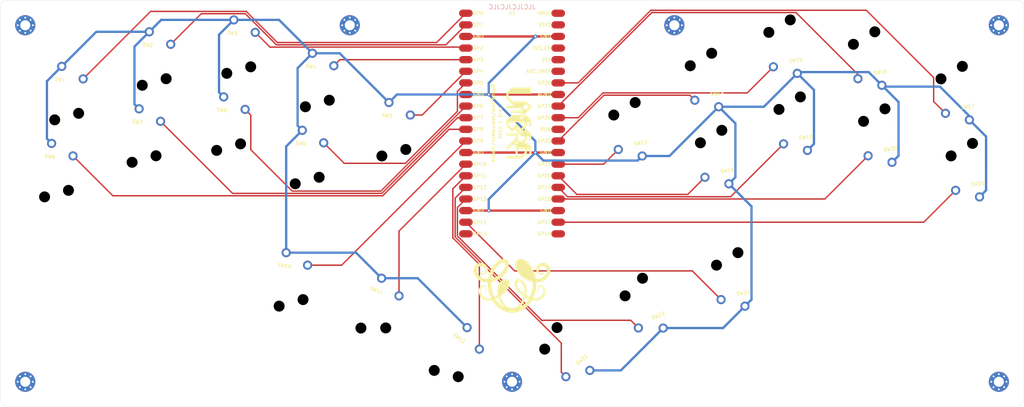
<source format=kicad_pcb>
(kicad_pcb (version 20221018) (generator pcbnew)
  (title_block (title "Umbra Choc") (date "2023-03-19") (rev "1.0") (company "skarrmann"))
  (layers (0 "F.Cu" power) (31 "B.Cu" jumper) (34 "B.Paste" user) (35 "F.Paste" user) (36 "B.SilkS" user "B.Silkscreen") (37 "F.SilkS" user "F.Silkscreen") (38 "B.Mask" user) (39 "F.Mask" user) (44 "Edge.Cuts" user))
  (net 0 "")
  (net 1 "GND")
  (net 2 "SW1")
  (net 3 "SW2")
  (net 4 "SW3")
  (net 5 "SW4")
  (net 6 "SW5")
  (net 7 "SW6")
  (net 8 "SW7")
  (net 9 "SW8")
  (net 10 "SW9")
  (net 11 "SW10")
  (net 12 "VCC")
  (net 13 "SW11")
  (net 14 "SW12")
  (net 15 "SW13")
  (net 16 "SW14")
  (net 17 "SW15")
  (net 18 "SW16")
  (net 19 "SW18")
  (net 20 "SW19")
  (net 21 "SW20")
  (net 22 "SW21")
  (net 23 "SW22")
  (net 26 "SW24")
  (net 27 "SW23")
  (net 29 "SW17")
  (footprint "umbra-footprints:Logo_Umbra_Name" (layer "F.Cu") (at 150 77.9 -90)
    (fp_text reference "LOGO1" hide)
    (fp_text value "Logo-Name" hide)
  )
  (footprint "umbra-footprints:Logo_Umbra" (layer "F.Cu") (at 148.5 113.5)
    (fp_text reference "LOGO2" hide)
    (fp_text value "Logo-Graphic" hide)
  )
  (footprint "umbra-footprints:SW_Choc_Reverse_Cutout" (layer "F.Cu") (at 250.005545 88.19904 -172.5)
    (fp_text reference "SW21")
    (fp_text value "SW_Push")
  )
  (footprint "umbra-footprints:SW_Choc_Reverse_Cutout" (layer "F.Cu") (at 192.943316 68.478442 -172.5)
    (fp_text reference "SW14")
    (fp_text value "SW_Push")
  )
  (footprint "umbra-footprints:Pi-Pico_SMD" (layer "F.Cu") (at 148.5 52.5)
    (fp_text reference "U1")
    (fp_text value "Pi Pico")
  )
  (footprint "umbra-footprints:Mount_M2" (layer "F.Cu") (at 148.5 134.5)
    (fp_text reference "H6" hide)
    (fp_text value "Hole_Pad" hide)
  )
  (footprint "umbra-footprints:SW_Choc_Reverse_Cutout" (layer "F.Cu") (at 247.786601 71.344477 -172.5)
    (fp_text reference "SW17")
    (fp_text value "SW_Push")
  )
  (footprint "umbra-footprints:SW_Choc_Reverse_Cutout" (layer "F.Cu") (at 210.136693 61.171747 -172.5)
    (fp_text reference "SW15")
    (fp_text value "SW_Push")
  )
  (footprint "umbra-footprints:SW_Choc_Reverse_Cutout" (layer "F.Cu") (at 212.355637 78.02631 -172.5)
    (fp_text reference "SW19")
    (fp_text value "SW_Push")
  )
  (footprint "umbra-footprints:SW_Choc_Reverse_Cutout" (layer "F.Cu") (at 198.686469 112.102017 -172.5)
    (fp_text reference "SW24")
    (fp_text value "SW_Push")
  )
  (footprint "umbra-footprints:Mount_M2" (layer "F.Cu") (at 113 56.5)
    (fp_text reference "H2" hide)
    (fp_text value "Hole_Pad" hide)
  )
  (footprint "umbra-footprints:SW_Choc_Reverse_Cutout" (layer "F.Cu") (at 120.793219 79.255196 -7.5)
    (fp_text reference "SW5")
    (fp_text value "SW_Push")
  )
  (footprint "umbra-footprints:SW_Choc_Reverse_Cutout" (layer "F.Cu") (at 230.854277 80.634062 -172.5)
    (fp_text reference "SW20")
    (fp_text value "SW_Push")
  )
  (footprint "umbra-footprints:SW_Choc_Reverse_Cutout" (layer "F.Cu") (at 135.071546 127.327685 -37.5)
    (fp_text reference "SW12")
    (fp_text value "SW_Push")
  )
  (footprint "umbra-footprints:Mount_M2" (layer "F.Cu") (at 255 56.5)
    (fp_text reference "H4" hide)
    (fp_text value "Hole_Pad" hide)
  )
  (footprint "umbra-footprints:SW_Choc_Reverse_Cutout" (layer "F.Cu") (at 161.928454 127.327685 -142.5)
    (fp_text reference "SW22")
    (fp_text value "SW_Push")
  )
  (footprint "umbra-footprints:SW_Choc_Reverse_Cutout" (layer "F.Cu") (at 46.994454 88.199038 -7.5)
    (fp_text reference "SW6")
    (fp_text value "SW_Push")
  )
  (footprint "umbra-footprints:SW_Choc_Reverse_Cutout" (layer "F.Cu") (at 101.837738 85.333006 -7.5)
    (fp_text reference "SW9")
    (fp_text value "SW_Push")
  )
  (footprint "umbra-footprints:Mount_M2" (layer "F.Cu") (at 42 56.5)
    (fp_text reference "H1" hide)
    (fp_text value "Hole_Pad" hide)
  )
  (footprint "umbra-footprints:SW_Choc_Reverse_Cutout" (layer "F.Cu") (at 49.213399 71.344477 -7.5)
    (fp_text reference "SW1")
    (fp_text value "SW_Push")
  )
  (footprint "umbra-footprints:SW_Choc_Reverse_Cutout" (layer "F.Cu") (at 66.145723 80.634062 -7.5)
    (fp_text reference "SW7")
    (fp_text value "SW_Push")
  )
  (footprint "umbra-footprints:SW_Choc_Reverse_Cutout" (layer "F.Cu") (at 104.056685 68.478442 -7.5)
    (fp_text reference "SW4")
    (fp_text value "SW_Push")
  )
  (footprint "umbra-footprints:SW_Choc_Reverse_Cutout" (layer "F.Cu") (at 117.694787 117.295209 -22.5)
    (fp_text reference "SW11")
    (fp_text value "SW_Push")
  )
  (footprint "umbra-footprints:SW_Choc_Reverse_Cutout" (layer "F.Cu") (at 98.313531 112.102017 -7.5)
    (fp_text reference "SW10")
    (fp_text value "SW_Push")
  )
  (footprint "umbra-footprints:Mount_M2" (layer "F.Cu") (at 184 56.5)
    (fp_text reference "H3" hide)
    (fp_text value "Hole_Pad" hide)
  )
  (footprint "umbra-footprints:Mount_M2" (layer "F.Cu") (at 42 134.5)
    (fp_text reference "H5" hide)
    (fp_text value "Hole_Pad" hide)
  )
  (footprint "umbra-footprints:Mount_M2" (layer "F.Cu") (at 255 134.5)
    (fp_text reference "H7" hide)
    (fp_text value "Hole_Pad" hide)
  )
  (footprint "umbra-footprints:SW_Choc_Reverse_Cutout" (layer "F.Cu") (at 86.863307 61.171747 -7.5)
    (fp_text reference "SW3")
    (fp_text value "SW_Push")
  )
  (footprint "umbra-footprints:SW_Choc_Reverse_Cutout" (layer "F.Cu") (at 68.36467 63.7795 -7.5)
    (fp_text reference "SW2")
    (fp_text value "SW_Push")
  )
  (footprint "umbra-footprints:SW_Choc_Reverse_Cutout" (layer "F.Cu") (at 84.644362 78.026308 -7.5)
    (fp_text reference "SW8")
    (fp_text value "SW_Push")
  )
  (footprint "umbra-footprints:SW_Choc_Reverse_Cutout" (layer "F.Cu") (at 176.206781 79.255195 -172.5)
    (fp_text reference "SW13")
    (fp_text value "SW_Push")
  )
  (footprint "umbra-footprints:SW_Choc_Reverse_Cutout" (layer "F.Cu") (at 228.635331 63.779501 -172.5)
    (fp_text reference "SW16")
    (fp_text value "SW_Push")
  )
  (footprint "umbra-footprints:SW_Choc_Reverse_Cutout" (layer "F.Cu") (at 179.305213 117.295209 -157.5)
    (fp_text reference "SW23")
    (fp_text value "SW_Push")
  )
  (footprint "umbra-footprints:SW_Choc_Reverse_Cutout" (layer "F.Cu") (at 195.162262 85.333005 -172.5)
    (fp_text reference "SW18")
    (fp_text value "SW_Push")
  )
  (gr_line (start 36.5 137.999999) (end 36.5 52.499999) (stroke (width 0.05)) (layer "Edge.Cuts"))
  (gr_line (start 38 51) (end 259.000002 50.999999) (stroke (width 0.05)) (layer "Edge.Cuts"))
  (gr_arc (start 38.5 139.999999) (mid 37.085787 139.414212) (end 36.5 137.999999) (stroke (width 0.05)) (layer "Edge.Cuts"))
  (gr_arc (start 36.5 52.499999) (mid 36.93934 51.439338) (end 38 51) (stroke (width 0.05)) (layer "Edge.Cuts"))
  (gr_line (start 38.5 139.999999) (end 258.499999 139.999998) (stroke (width 0.05)) (layer "Edge.Cuts"))
  (gr_arc (start 259.000002 50.999999) (mid 260.060662 51.43934) (end 260.500001 52.5) (stroke (width 0.05)) (layer "Edge.Cuts"))
  (gr_arc (start 260.499999 137.999998) (mid 259.914213 139.414213) (end 258.499999 139.999998) (stroke (width 0.05)) (layer "Edge.Cuts"))
  (gr_line (start 260.499999 137.999998) (end 260.5 52.499999) (stroke (width 0.05)) (layer "Edge.Cuts"))
  (gr_text "JLCJLCJLCJLC" (at 148.5 52.5) (layer "B.SilkS") (effects (font (size 1 1)) (justify mirror)))
  (gr_text "rev1 | Choc" (at 146 77.9 270) (layer "F.SilkS") (effects (font (size 0.75 0.75))))
  (gr_text "github.com/skarrmann/umbra" (at 144.5 77.9 270) (layer "F.SilkS") (effects (font (size 0.75 0.75))))
  (segment (start 138.4 84.35) (end 158.6 84.35) (width 0.5) (layer "F.Cu") (net 1))
  (segment (start 158.6 97.05) (end 138.4 97.05) (width 0.5) (layer "F.Cu") (net 1))
  (segment (start 138.4 58.95) (end 158.6 58.95) (width 0.5) (layer "F.Cu") (net 1))
  (segment (start 158.6 71.65) (end 138.4 71.65) (width 0.5) (layer "F.Cu") (net 1))
  (via (at 143.4 71.65) (size 0.8) (drill 0.4) (layers "F.Cu" "B.Cu") (net 1))
  (via (at 153.6 84.35) (size 0.8) (drill 0.4) (layers "F.Cu" "B.Cu") (net 1))
  (via (at 143.4 97.05) (size 0.8) (drill 0.4) (layers "F.Cu" "B.Cu") (net 1))
  (via (at 153.6 58.95) (size 0.8) (drill 0.4) (layers "F.Cu" "B.Cu") (net 1))
  (segment (start 214.555637 70.670111) (end 214.555637 82.44594) (width 0.5) (layer "B.Cu") (net 1))
  (segment (start 143.4 97.05) (end 143.4 94.55) (width 0.5) (layer "B.Cu") (net 1))
  (segment (start 229.405436 69.629026) (end 233.054277 73.277867) (width 0.5) (layer "B.Cu") (net 1))
  (segment (start 176.976886 85.10472) (end 182.936668 85.10472) (width 0.5) (layer "B.Cu") (net 1))
  (segment (start 182.936668 85.10472) (end 193.713421 74.327967) (width 0.5) (layer "B.Cu") (net 1))
  (segment (start 193.713421 74.327967) (end 197.362262 77.976808) (width 0.5) (layer "B.Cu") (net 1))
  (segment (start 193.713421 74.327967) (end 203.600103 74.327967) (width 0.5) (layer "B.Cu") (net 1))
  (segment (start 104.82679 62.628917) (end 110.78657 62.628917) (width 0.5) (layer "B.Cu") (net 1))
  (segment (start 165.520146 132.00847) (end 172.300673 132.00847) (width 0.5) (layer "B.Cu") (net 1))
  (segment (start 46.743294 81.328248) (end 47.764559 82.349513) (width 0.5) (layer "B.Cu") (net 1))
  (segment (start 87.633412 55.322222) (end 84.393202 58.562432) (width 0.5) (layer "B.Cu") (net 1))
  (segment (start 176.976886 85.10472) (end 175.976886 86.10472) (width 0.5) (layer "B.Cu") (net 1))
  (segment (start 57.548481 57.929975) (end 69.134775 57.929975) (width 0.5) (layer "B.Cu") (net 1))
  (segment (start 143.4 71.65) (end 143.4 69.15) (width 0.5) (layer "B.Cu") (net 1))
  (segment (start 84.393202 71.155518) (end 85.414467 72.176783) (width 0.5) (layer "B.Cu") (net 1))
  (segment (start 172.300673 132.00847) (end 181.563045 122.746098) (width 0.5) (layer "B.Cu") (net 1))
  (segment (start 97.520095 55.322222) (end 104.82679 62.628917) (width 0.5) (layer "B.Cu") (net 1))
  (segment (start 210.906798 67.021272) (end 211.178448 66.749622) (width 0.5) (layer "B.Cu") (net 1))
  (segment (start 49.983504 65.494952) (end 57.548481 57.929975) (width 0.5) (layer "B.Cu") (net 1))
  (segment (start 200.886469 116.521647) (end 199.456574 117.951542) (width 0.5) (layer "B.Cu") (net 1))
  (segment (start 123.318995 71.65) (end 143.4 71.65) (width 0.5) (layer "B.Cu") (net 1))
  (segment (start 153.6 84.35) (end 153.6 81.85) (width 0.5) (layer "B.Cu") (net 1))
  (segment (start 252.205545 80.842841) (end 252.205545 92.61867) (width 0.5) (layer "B.Cu") (net 1))
  (segment (start 229.706027 69.929617) (end 229.405436 69.629026) (width 0.5) (layer "B.Cu") (net 1))
  (segment (start 248.556706 77.194002) (end 248.556706 76.376235) (width 0.5) (layer "B.Cu") (net 1))
  (segment (start 46.743294 68.735162) (end 46.743294 81.328248) (width 0.5) (layer "B.Cu") (net 1))
  (segment (start 71.742528 55.322222) (end 69.134775 57.929975) (width 0.5) (layer "B.Cu") (net 1))
  (segment (start 104.82679 62.628917) (end 101.58658 65.869127) (width 0.5) (layer "B.Cu") (net 1))
  (segment (start 214.555637 82.44594) (end 213.125742 83.875835) (width 0.5) (layer "B.Cu") (net 1))
  (segment (start 233.054277 73.277867) (end 233.054277 85.053692) (width 0.5) (layer "B.Cu") (net 1))
  (segment (start 101.58658 78.462218) (end 102.607843 79.483481) (width 0.5) (layer "B.Cu") (net 1))
  (segment (start 248.556706 76.376235) (end 242.110088 69.929617) (width 0.5) (layer "B.Cu") (net 1))
  (segment (start 65.894565 73.763274) (end 66.915828 74.784537) (width 0.5) (layer "B.Cu") (net 1))
  (segment (start 197.362262 77.976808) (end 197.362262 89.752635) (width 0.5) (layer "B.Cu") (net 1))
  (segment (start 226.526032 66.749622) (end 229.405436 69.629026) (width 0.5) (layer "B.Cu") (net 1))
  (segment (start 195.932367 91.18253) (end 200.886469 96.136632) (width 0.5) (layer "B.Cu") (net 1))
  (segment (start 143.4 69.15) (end 153.6 58.95) (width 0.5) (layer "B.Cu") (net 1))
  (segment (start 242.110088 69.929617) (end 229.706027 69.929617) (width 0.5) (layer "B.Cu") (net 1))
  (segment (start 143.4 94.55) (end 153.6 84.35) (width 0.5) (layer "B.Cu") (net 1))
  (segment (start 114.360791 106.252492) (end 119.952619 111.84432) (width 0.5) (layer "B.Cu") (net 1))
  (segment (start 200.886469 96.136632) (end 200.886469 116.521647) (width 0.5) (layer "B.Cu") (net 1))
  (segment (start 197.362262 89.752635) (end 195.932367 91.18253) (width 0.5) (layer "B.Cu") (net 1))
  (segment (start 211.178448 66.749622) (end 226.526032 66.749622) (width 0.5) (layer "B.Cu") (net 1))
  (segment (start 99.083636 106.252492) (end 114.360791 106.252492) (width 0.5) (layer "B.Cu") (net 1))
  (segment (start 121.563324 73.405671) (end 123.318995 71.65) (width 0.5) (layer "B.Cu") (net 1))
  (segment (start 87.633412 55.322222) (end 97.520095 55.322222) (width 0.5) (layer "B.Cu") (net 1))
  (segment (start 69.134775 57.929975) (end 65.894565 61.170185) (width 0.5) (layer "B.Cu") (net 1))
  (segment (start 102.607843 79.483481) (end 99.083636 83.007688) (width 0.5) (layer "B.Cu") (net 1))
  (segment (start 127.860658 111.84432) (end 138.663238 122.6469) (width 0.5) (layer "B.Cu") (net 1))
  (segment (start 233.054277 85.053692) (end 231.624382 86.483587) (width 0.5) (layer "B.Cu") (net 1))
  (segment (start 181.563045 122.746098) (end 194.662018 122.746098) (width 0.5) (layer "B.Cu") (net 1))
  (segment (start 119.952619 111.84432) (end 127.860658 111.84432) (width 0.5) (layer "B.Cu") (net 1))
  (segment (start 84.393202 58.562432) (end 84.393202 71.155518) (width 0.5) (layer "B.Cu") (net 1))
  (segment (start 49.983504 65.494952) (end 46.743294 68.735162) (width 0.5) (layer "B.Cu") (net 1))
  (segment (start 110.78657 62.628917) (end 121.563324 73.405671) (width 0.5) (layer "B.Cu") (net 1))
  (segment (start 248.556706 77.194002) (end 252.205545 80.842841) (width 0.5) (layer "B.Cu") (net 1))
  (segment (start 194.662018 122.746098) (end 199.456574 117.951542) (width 0.5) (layer "B.Cu") (net 1))
  (segment (start 153.6 81.85) (end 143.4 71.65) (width 0.5) (layer "B.Cu") (net 1))
  (segment (start 210.906798 67.021272) (end 214.555637 70.670111) (width 0.5) (layer "B.Cu") (net 1))
  (segment (start 65.894565 61.170185) (end 65.894565 73.763274) (width 0.5) (layer "B.Cu") (net 1))
  (segment (start 87.633412 55.322222) (end 71.742528 55.322222) (width 0.5) (layer "B.Cu") (net 1))
  (segment (start 203.600103 74.327967) (end 210.906798 67.021272) (width 0.5) (layer "B.Cu") (net 1))
  (segment (start 101.58658 65.869127) (end 101.58658 78.462218) (width 0.5) (layer "B.Cu") (net 1))
  (segment (start 99.083636 83.007688) (end 99.083636 106.252492) (width 0.5) (layer "B.Cu") (net 1))
  (segment (start 155.35472 86.10472) (end 153.6 84.35) (width 0.5) (layer "B.Cu") (net 1))
  (segment (start 175.976886 86.10472) (end 155.35472 86.10472) (width 0.5) (layer "B.Cu") (net 1))
  (segment (start 252.205545 92.61867) (end 250.77565 94.048565) (width 0.5) (layer "B.Cu") (net 1))
  (segment (start 90.348162 53.472222) (end 69.424018 53.472222) (width 0.3) (layer "F.Cu") (net 2))
  (segment (start 97.154856 60.278917) (end 90.348162 53.472222) (width 0.3) (layer "F.Cu") (net 2))
  (segment (start 69.424018 53.472222) (end 54.666623 68.229617) (width 0.3) (layer "F.Cu") (net 2))
  (segment (start 138.4 53.87) (end 131.991083 60.278917) (width 0.3) (layer "F.Cu") (net 2))
  (segment (start 131.991083 60.278917) (end 97.154856 60.278917) (width 0.3) (layer "F.Cu") (net 2))
  (segment (start 138.4 56.41) (end 134.031083 60.778917) (width 0.3) (layer "F.Cu") (net 3))
  (segment (start 90.141055 53.972222) (end 80.510312 53.972222) (width 0.3) (layer "F.Cu") (net 3))
  (segment (start 80.510312 53.972222) (end 73.817894 60.66464) (width 0.3) (layer "F.Cu") (net 3))
  (segment (start 134.031083 60.778917) (end 96.94775 60.778917) (width 0.3) (layer "F.Cu") (net 3))
  (segment (start 96.94775 60.778917) (end 90.141055 53.972222) (width 0.3) (layer "F.Cu") (net 3))
  (segment (start 95.538561 61.278917) (end 92.316531 58.056887) (width 0.3) (layer "F.Cu") (net 4))
  (segment (start 138.4 61.49) (end 138.188917 61.278917) (width 0.3) (layer "F.Cu") (net 4))
  (segment (start 138.188917 61.278917) (end 95.538561 61.278917) (width 0.3) (layer "F.Cu") (net 4))
  (segment (start 110.843491 64.03) (end 109.509909 65.363582) (width 0.3) (layer "F.Cu") (net 5))
  (segment (start 138.4 64.03) (end 110.843491 64.03) (width 0.3) (layer "F.Cu") (net 5))
  (segment (start 128.829664 76.140336) (end 138.4 66.57) (width 0.3) (layer "F.Cu") (net 6))
  (segment (start 126.246443 76.140336) (end 128.829664 76.140336) (width 0.3) (layer "F.Cu") (net 6))
  (segment (start 134.734212 79.27) (end 120.204213 93.8) (width 0.3) (layer "F.Cu") (net 7))
  (segment (start 61.1635 93.8) (end 52.447678 85.084178) (width 0.3) (layer "F.Cu") (net 7))
  (segment (start 120.204213 93.8) (end 61.1635 93.8) (width 0.3) (layer "F.Cu") (net 7))
  (segment (start 138.4 79.27) (end 134.734212 79.27) (width 0.3) (layer "F.Cu") (net 7))
  (segment (start 120.014576 93.282531) (end 87.362276 93.282531) (width 0.3) (layer "F.Cu") (net 8))
  (segment (start 87.362276 93.282531) (end 71.598947 77.519202) (width 0.3) (layer "F.Cu") (net 8))
  (segment (start 138.4 76.73) (end 136.567106 76.73) (width 0.3) (layer "F.Cu") (net 8))
  (segment (start 136.567106 76.73) (end 120.014576 93.282531) (width 0.3) (layer "F.Cu") (net 8))
  (segment (start 119.807469 92.782531) (end 100.404891 92.782531) (width 0.3) (layer "F.Cu") (net 9))
  (segment (start 91.347309 83.724949) (end 91.347309 76.161171) (width 0.3) (layer "F.Cu") (net 9))
  (segment (start 91.347309 76.161171) (end 90.097586 74.911448) (width 0.3) (layer "F.Cu") (net 9))
  (segment (start 138.4 74.19) (end 119.807469 92.782531) (width 0.3) (layer "F.Cu") (net 9))
  (segment (start 100.404891 92.782531) (end 91.347309 83.724949) (width 0.3) (layer "F.Cu") (net 9))
  (segment (start 136.55 75.332894) (end 125.178173 86.704721) (width 0.3) (layer "F.Cu") (net 10))
  (segment (start 138.4 69.11) (end 136.55 70.96) (width 0.3) (layer "F.Cu") (net 10))
  (segment (start 111.777537 86.704721) (end 107.290962 82.218146) (width 0.3) (layer "F.Cu") (net 10))
  (segment (start 136.55 70.96) (end 136.55 75.332894) (width 0.3) (layer "F.Cu") (net 10))
  (segment (start 125.178173 86.704721) (end 111.777537 86.704721) (width 0.3) (layer "F.Cu") (net 10))
  (segment (start 138.4 81.81) (end 111.222843 108.987157) (width 0.3) (layer "F.Cu") (net 11))
  (segment (start 111.222843 108.987157) (end 103.766755 108.987157) (width 0.3) (layer "F.Cu") (net 11))
  (segment (start 138.4 86.89) (end 123.768382 101.521618) (width 0.3) (layer "F.Cu") (net 13))
  (segment (start 123.768382 101.521618) (end 123.768382 115.697884) (width 0.3) (layer "F.Cu") (net 13))
  (segment (start 135.55 92.28) (end 135.55 103.020559) (width 0.3) (layer "F.Cu") (net 14))
  (segment (start 138.4 89.43) (end 135.55 92.28) (width 0.3) (layer "F.Cu") (net 14))
  (segment (start 141.351606 108.822164) (end 141.351606 127.356749) (width 0.3) (layer "F.Cu") (net 14))
  (segment (start 135.55 103.020559) (end 141.351606 108.822164) (width 0.3) (layer "F.Cu") (net 14))
  (segment (start 158.6 86.89) (end 168.530872 86.89) (width 0.3) (layer "F.Cu") (net 15))
  (segment (start 168.530872 86.89) (end 171.745556 83.675316) (width 0.3) (layer "F.Cu") (net 15))
  (segment (start 168.61 71.8) (end 187.383528 71.8) (width 0.3) (layer "F.Cu") (net 16))
  (segment (start 158.6 81.81) (end 168.61 71.8) (width 0.3) (layer "F.Cu") (net 16))
  (segment (start 187.383528 71.8) (end 188.482091 72.898563) (width 0.3) (layer "F.Cu") (net 16))
  (segment (start 162.972894 76.73) (end 168.402893 71.3) (width 0.3) (layer "F.Cu") (net 17))
  (segment (start 199.967336 71.3) (end 205.675468 65.591868) (width 0.3) (layer "F.Cu") (net 17))
  (segment (start 168.402893 71.3) (end 199.967336 71.3) (width 0.3) (layer "F.Cu") (net 17))
  (segment (start 158.6 76.73) (end 162.972894 76.73) (width 0.3) (layer "F.Cu") (net 17))
  (segment (start 179.067778 53.722222) (end 210.625776 53.722222) (width 0.3) (layer "F.Cu") (net 18))
  (segment (start 210.625776 53.722222) (end 224.174106 67.270552) (width 0.3) (layer "F.Cu") (net 18))
  (segment (start 224.174106 67.270552) (end 224.174106 68.199622) (width 0.3) (layer "F.Cu") (net 18))
  (segment (start 158.6 74.19) (end 179.067778 53.722222) (width 0.3) (layer "F.Cu") (net 18))
  (segment (start 186.944163 93.51) (end 190.701037 89.753126) (width 0.3) (layer "F.Cu") (net 19))
  (segment (start 162.68 93.51) (end 186.944163 93.51) (width 0.3) (layer "F.Cu") (net 19))
  (segment (start 158.6 89.43) (end 162.68 93.51) (width 0.3) (layer "F.Cu") (net 19))
  (segment (start 160.64 94.01) (end 196.330843 94.01) (width 0.3) (layer "F.Cu") (net 20))
  (segment (start 196.330843 94.01) (end 207.894412 82.446431) (width 0.3) (layer "F.Cu") (net 20))
  (segment (start 158.6 91.97) (end 160.64 94.01) (width 0.3) (layer "F.Cu") (net 20))
  (segment (start 158.6 94.51) (end 216.937235 94.51) (width 0.3) (layer "F.Cu") (net 21))
  (segment (start 216.937235 94.51) (end 226.393052 85.054183) (width 0.3) (layer "F.Cu") (net 21))
  (segment (start 238.573481 99.59) (end 245.54432 92.619161) (width 0.3) (layer "F.Cu") (net 22))
  (segment (start 158.6 99.59) (end 238.573481 99.59) (width 0.3) (layer "F.Cu") (net 22))
  (segment (start 159.274981 132.386235) (end 159.274981 126.038433) (width 0.3) (layer "F.Cu") (net 23))
  (segment (start 136.05 102.813452) (end 136.05 94.32) (width 0.3) (layer "F.Cu") (net 23))
  (segment (start 159.274981 126.038433) (end 136.05 102.813452) (width 0.3) (layer "F.Cu") (net 23))
  (segment (start 160.274981 133.386235) (end 159.274981 132.386235) (width 0.3) (layer "F.Cu") (net 23))
  (segment (start 136.05 94.32) (end 138.4 91.97) (width 0.3) (layer "F.Cu") (net 23))
  (segment (start 138.4 99.59) (end 149.05432 110.24432) (width 0.3) (layer "F.Cu") (net 26))
  (segment (start 187.947426 110.24432) (end 194.225244 116.522138) (width 0.3) (layer "F.Cu") (net 26))
  (segment (start 149.05432 110.24432) (end 187.947426 110.24432) (width 0.3) (layer "F.Cu") (net 26))
  (segment (start 174.467544 121.0469) (end 176.140012 122.719368) (width 0.3) (layer "F.Cu") (net 27))
  (segment (start 136.55 96.36) (end 136.55 102.606346) (width 0.3) (layer "F.Cu") (net 27))
  (segment (start 154.990554 121.0469) (end 174.467544 121.0469) (width 0.3) (layer "F.Cu") (net 27))
  (segment (start 136.55 102.606346) (end 154.990554 121.0469) (width 0.3) (layer "F.Cu") (net 27))
  (segment (start 138.4 94.51) (end 136.55 96.36) (width 0.3) (layer "F.Cu") (net 27))
  (segment (start 158.6 69.11) (end 162.972894 69.11) (width 0.3) (layer "F.Cu") (net 29))
  (segment (start 240.733377 67.938939) (end 240.733377 73.172599) (width 0.3) (layer "F.Cu") (net 29))
  (segment (start 226.01666 53.222222) (end 240.733377 67.938939) (width 0.3) (layer "F.Cu") (net 29))
  (segment (start 240.733377 73.172599) (end 243.325376 75.764598) (width 0.3) (layer "F.Cu") (net 29))
  (segment (start 178.860672 53.222222) (end 226.01666 53.222222) (width 0.3) (layer "F.Cu") (net 29))
  (segment (start 162.972894 69.11) (end 178.860672 53.222222) (width 0.3) (layer "F.Cu") (net 29))
)
</source>
